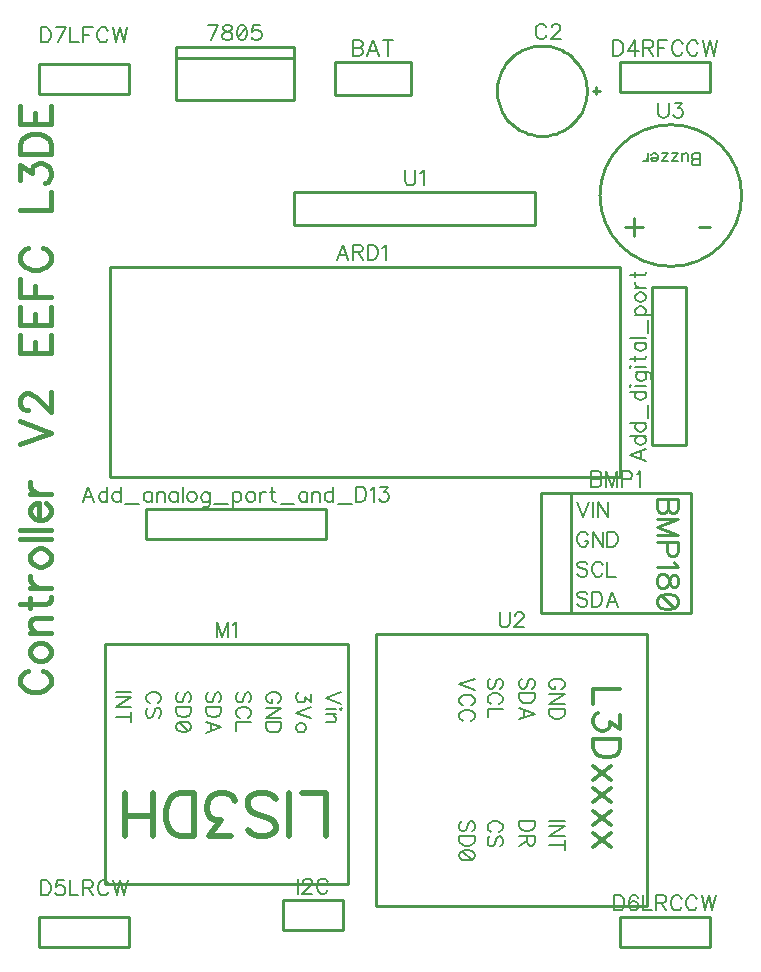
<source format=gbr>
%TF.GenerationSoftware,Novarm,DipTrace,3.3.1.3*%
%TF.CreationDate,2020-02-21T13:33:55+01:00*%
%FSLAX35Y35*%
%MOMM*%
%TF.FileFunction,Legend,Top*%
%TF.Part,Single*%
%ADD10C,0.25*%
%ADD59C,0.19608*%
%ADD60C,0.39216*%
%ADD61C,0.27451*%
%ADD63C,0.54902*%
%ADD64C,0.35294*%
%ADD65C,0.15686*%
G75*
G01*
%LPD*%
X2354000Y8770000D2*
D10*
X3354000D1*
Y8320000D1*
X2354000D1*
Y8770000D1*
Y8680000D2*
X3354000D1*
X2101540Y4607933D2*
X3625540D1*
X2101540Y4861933D2*
X3625540D1*
X2101540Y4607933D2*
Y4861933D1*
X3625540Y4607933D2*
Y4861933D1*
X6670213Y6737113D2*
X6390213D1*
Y5397113D1*
X6670213D1*
Y6737113D1*
X1799698Y6909593D2*
X6117545D1*
Y5131593D1*
X1799698D1*
Y6909593D1*
X4345000Y8360000D2*
X3705000D1*
Y8640000D1*
X4345000D1*
Y8360000D1*
X6715090Y4991097D2*
X5698036D1*
Y3975027D1*
X6715090D1*
Y4991097D1*
X5698036D2*
X5444090D1*
Y3975027D1*
X5713923D2*
X5444090D1*
X5914021Y8430023D2*
Y8369977D1*
X5943983Y8400000D2*
X5883971D1*
X5072983D2*
X5073911Y8426577D1*
X5076691Y8453025D1*
X5081310Y8479214D1*
X5087743Y8505018D1*
X5095962Y8530310D1*
X5105924Y8554967D1*
X5117583Y8578869D1*
X5130880Y8601899D1*
X5145751Y8623946D1*
X5162125Y8644902D1*
X5179920Y8664665D1*
X5199051Y8683138D1*
X5219424Y8700232D1*
X5240939Y8715863D1*
X5263493Y8729956D1*
X5286975Y8742441D1*
X5311270Y8753257D1*
X5336261Y8762353D1*
X5361825Y8769683D1*
X5387839Y8775212D1*
X5414175Y8778913D1*
X5440705Y8780768D1*
X5467300D1*
X5493830Y8778913D1*
X5520166Y8775212D1*
X5546179Y8769683D1*
X5571744Y8762353D1*
X5596734Y8753257D1*
X5621030Y8742441D1*
X5644512Y8729956D1*
X5667065Y8715863D1*
X5688581Y8700232D1*
X5708954Y8683138D1*
X5728084Y8664665D1*
X5745880Y8644902D1*
X5762253Y8623946D1*
X5777125Y8601899D1*
X5790422Y8578869D1*
X5802080Y8554967D1*
X5812043Y8530310D1*
X5820261Y8505018D1*
X5826695Y8479214D1*
X5831313Y8453025D1*
X5834093Y8426577D1*
X5835021Y8400000D1*
X5834093Y8373423D1*
X5831313Y8346975D1*
X5826695Y8320786D1*
X5820261Y8294982D1*
X5812043Y8269690D1*
X5802080Y8245033D1*
X5790422Y8221131D1*
X5777125Y8198101D1*
X5762253Y8176054D1*
X5745880Y8155098D1*
X5728084Y8135335D1*
X5708954Y8116862D1*
X5688581Y8099768D1*
X5667065Y8084137D1*
X5644512Y8070044D1*
X5621030Y8057559D1*
X5596734Y8046743D1*
X5571744Y8037647D1*
X5546179Y8030317D1*
X5520166Y8024788D1*
X5493830Y8021087D1*
X5467300Y8019232D1*
X5440705D1*
X5414175Y8021087D1*
X5387839Y8024788D1*
X5361825Y8030317D1*
X5336261Y8037647D1*
X5311270Y8046743D1*
X5286975Y8057559D1*
X5263493Y8070044D1*
X5240939Y8084137D1*
X5219424Y8099768D1*
X5199051Y8116862D1*
X5179920Y8135335D1*
X5162125Y8155098D1*
X5145751Y8176054D1*
X5130880Y8198101D1*
X5117583Y8221131D1*
X5105924Y8245033D1*
X5095962Y8269690D1*
X5087743Y8294982D1*
X5081310Y8320786D1*
X5076691Y8346975D1*
X5073911Y8373423D1*
X5072983Y8400000D1*
X6879392Y8385774D2*
X6117488D1*
Y8639787D1*
X6879392D1*
Y8385774D1*
X1196808Y1401559D2*
X1958712D1*
Y1147547D1*
X1196808D1*
Y1401559D1*
X6879445Y1147534D2*
X6117541D1*
Y1401547D1*
X6879445D1*
Y1147534D1*
X1196808Y8623926D2*
X1958712D1*
Y8369913D1*
X1196808D1*
Y8623926D1*
X3768293Y1290407D2*
Y1544407D1*
X3260293Y1290407D2*
X3768293D1*
X3260293D2*
Y1544407D1*
X3768293D1*
X3815888Y1687067D2*
X1752138D1*
Y3719067D1*
X3815888D1*
Y1687067D1*
X3355000Y7540000D2*
X5395000D1*
Y7260000D1*
X3355000D1*
Y7540000D1*
X6346813Y3798427D2*
X4053813D1*
Y1496553D1*
X6346813D1*
Y3798427D1*
X5946047Y7512767D2*
G02X5946047Y7512767I600000J0D01*
G01*
X2649387Y8828377D2*
D59*
X2710174Y8955846D1*
X2625101D1*
X2779712D2*
X2761603Y8949810D1*
X2755426Y8937737D1*
Y8925523D1*
X2761603Y8913450D1*
X2773676Y8907273D1*
X2797962Y8901237D1*
X2816212Y8895200D1*
X2828285Y8882987D1*
X2834322Y8870914D1*
Y8852664D1*
X2828285Y8840590D1*
X2822249Y8834414D1*
X2803999Y8828377D1*
X2779712D1*
X2761603Y8834414D1*
X2755426Y8840590D1*
X2749389Y8852664D1*
Y8870914D1*
X2755426Y8882987D1*
X2767639Y8895200D1*
X2785749Y8901237D1*
X2810035Y8907273D1*
X2822249Y8913450D1*
X2828285Y8925523D1*
Y8937737D1*
X2822249Y8949810D1*
X2803999Y8955846D1*
X2779712D1*
X2910038D2*
X2891788Y8949810D1*
X2879574Y8931560D1*
X2873538Y8901237D1*
Y8882987D1*
X2879574Y8852664D1*
X2891788Y8834414D1*
X2910038Y8828377D1*
X2922111D1*
X2940361Y8834414D1*
X2952434Y8852664D1*
X2958611Y8882987D1*
Y8901237D1*
X2952434Y8931560D1*
X2940361Y8949810D1*
X2922111Y8955846D1*
X2910038D1*
X2952434Y8931560D2*
X2879574Y8852664D1*
X3070686Y8955846D2*
X3010040D1*
X3004003Y8901237D1*
X3010040Y8907273D1*
X3028290Y8913450D1*
X3046399D1*
X3064649Y8907273D1*
X3076863Y8895200D1*
X3082899Y8876950D1*
Y8864877D1*
X3076863Y8846627D1*
X3064649Y8834414D1*
X3046399Y8828377D1*
X3028290D1*
X3010040Y8834414D1*
X3004003Y8840590D1*
X2997826Y8852664D1*
X1663702Y4920310D2*
X1614989Y5047920D1*
X1566416Y4920310D1*
X1584666Y4962847D2*
X1645452D1*
X1775777Y5047920D2*
Y4920310D1*
Y4987133D2*
X1763704Y4999347D1*
X1751491Y5005383D1*
X1733241D1*
X1721168Y4999347D1*
X1708954Y4987133D1*
X1702918Y4968883D1*
Y4956810D1*
X1708954Y4938560D1*
X1721168Y4926487D1*
X1733241Y4920310D1*
X1751491D1*
X1763704Y4926487D1*
X1775777Y4938560D1*
X1887853Y5047920D2*
Y4920310D1*
Y4987133D2*
X1875780Y4999347D1*
X1863566Y5005383D1*
X1845316D1*
X1833243Y4999347D1*
X1821030Y4987133D1*
X1814993Y4968883D1*
Y4956810D1*
X1821030Y4938560D1*
X1833243Y4926487D1*
X1845316Y4920310D1*
X1863566D1*
X1875780Y4926487D1*
X1887853Y4938560D1*
X1927068Y4899253D2*
X2042465D1*
X2154540Y5005383D2*
Y4920310D1*
Y4987133D2*
X2142467Y4999347D1*
X2130253Y5005383D1*
X2112144D1*
X2099930Y4999347D1*
X2087857Y4987133D1*
X2081680Y4968883D1*
Y4956810D1*
X2087857Y4938560D1*
X2099930Y4926487D1*
X2112144Y4920310D1*
X2130253D1*
X2142467Y4926487D1*
X2154540Y4938560D1*
X2193755Y5005383D2*
Y4920310D1*
Y4981097D2*
X2212005Y4999347D1*
X2224219Y5005383D1*
X2242329D1*
X2254542Y4999347D1*
X2260579Y4981097D1*
Y4920310D1*
X2372654Y5005383D2*
Y4920310D1*
Y4987133D2*
X2360581Y4999347D1*
X2348367Y5005383D1*
X2330258D1*
X2318044Y4999347D1*
X2305971Y4987133D1*
X2299794Y4968883D1*
Y4956810D1*
X2305971Y4938560D1*
X2318044Y4926487D1*
X2330258Y4920310D1*
X2348367D1*
X2360581Y4926487D1*
X2372654Y4938560D1*
X2411870Y5047920D2*
Y4920310D1*
X2481408Y5005383D2*
X2469335Y4999347D1*
X2457122Y4987133D1*
X2451085Y4968883D1*
Y4956810D1*
X2457122Y4938560D1*
X2469335Y4926487D1*
X2481408Y4920310D1*
X2499658D1*
X2511872Y4926487D1*
X2523945Y4938560D1*
X2530122Y4956810D1*
Y4968883D1*
X2523945Y4987133D1*
X2511872Y4999347D1*
X2499658Y5005383D1*
X2481408D1*
X2642197Y4999347D2*
Y4902060D1*
X2636161Y4883951D1*
X2630124Y4877774D1*
X2617911Y4871737D1*
X2599661D1*
X2587587Y4877774D1*
X2642197Y4981097D2*
X2630124Y4993170D1*
X2617911Y4999347D1*
X2599661D1*
X2587587Y4993170D1*
X2575374Y4981097D1*
X2569337Y4962847D1*
Y4950633D1*
X2575374Y4932524D1*
X2587587Y4920310D1*
X2599661Y4914274D1*
X2617911D1*
X2630124Y4920310D1*
X2642197Y4932524D1*
X2681413Y4899253D2*
X2796809D1*
X2836025Y5005383D2*
Y4877774D1*
Y4987133D2*
X2848238Y4999206D1*
X2860311Y5005383D1*
X2878561D1*
X2890775Y4999206D1*
X2902848Y4987133D1*
X2909025Y4968883D1*
Y4956670D1*
X2902848Y4938560D1*
X2890775Y4926347D1*
X2878561Y4920310D1*
X2860311D1*
X2848238Y4926347D1*
X2836025Y4938560D1*
X2978563Y5005383D2*
X2966490Y4999347D1*
X2954277Y4987133D1*
X2948240Y4968883D1*
Y4956810D1*
X2954277Y4938560D1*
X2966490Y4926487D1*
X2978563Y4920310D1*
X2996813D1*
X3009027Y4926487D1*
X3021100Y4938560D1*
X3027277Y4956810D1*
Y4968883D1*
X3021100Y4987133D1*
X3009027Y4999347D1*
X2996813Y5005383D1*
X2978563D1*
X3066493D2*
Y4920310D1*
Y4968883D2*
X3072669Y4987133D1*
X3084743Y4999347D1*
X3096956Y5005383D1*
X3115206D1*
X3172672Y5047920D2*
Y4944597D1*
X3178708Y4926487D1*
X3190922Y4920310D1*
X3202995D1*
X3154422Y5005383D2*
X3196958D1*
X3242210Y4899253D2*
X3357607D1*
X3469682Y5005383D2*
Y4920310D1*
Y4987133D2*
X3457609Y4999347D1*
X3445395Y5005383D1*
X3427286D1*
X3415072Y4999347D1*
X3402999Y4987133D1*
X3396822Y4968883D1*
Y4956810D1*
X3402999Y4938560D1*
X3415072Y4926487D1*
X3427286Y4920310D1*
X3445395D1*
X3457609Y4926487D1*
X3469682Y4938560D1*
X3508898Y5005383D2*
Y4920310D1*
Y4981097D2*
X3527148Y4999347D1*
X3539361Y5005383D1*
X3557471D1*
X3569684Y4999347D1*
X3575721Y4981097D1*
Y4920310D1*
X3687796Y5047920D2*
Y4920310D1*
Y4987133D2*
X3675723Y4999347D1*
X3663509Y5005383D1*
X3645259D1*
X3633186Y4999347D1*
X3620973Y4987133D1*
X3614936Y4968883D1*
Y4956810D1*
X3620973Y4938560D1*
X3633186Y4926487D1*
X3645259Y4920310D1*
X3663509D1*
X3675723Y4926487D1*
X3687796Y4938560D1*
X3727012Y4899253D2*
X3842408D1*
X3881623Y5047920D2*
Y4920310D1*
X3924160D1*
X3942410Y4926487D1*
X3954623Y4938560D1*
X3960660Y4950774D1*
X3966697Y4968883D1*
Y4999347D1*
X3960660Y5017597D1*
X3954623Y5029670D1*
X3942410Y5041883D1*
X3924160Y5047920D1*
X3881623D1*
X4005912Y5023493D2*
X4018126Y5029670D1*
X4036376Y5047780D1*
Y4920310D1*
X4087805Y5047780D2*
X4154488D1*
X4118128Y4999206D1*
X4136378D1*
X4148451Y4993170D1*
X4154488Y4987133D1*
X4160664Y4968883D1*
Y4956810D1*
X4154488Y4938560D1*
X4142414Y4926347D1*
X4124164Y4920310D1*
X4105914D1*
X4087805Y4926347D1*
X4081768Y4932524D1*
X4075591Y4944597D1*
X6331836Y5362932D2*
X6204227Y5314219D1*
X6331836Y5265646D1*
X6289300Y5283896D2*
Y5344682D1*
X6204227Y5475008D2*
X6331836D1*
X6265013D2*
X6252800Y5462935D1*
X6246763Y5450721D1*
Y5432471D1*
X6252800Y5420398D1*
X6265013Y5408185D1*
X6283263Y5402148D1*
X6295336D1*
X6313586Y5408185D1*
X6325660Y5420398D1*
X6331836Y5432471D1*
Y5450721D1*
X6325659Y5462934D1*
X6313586Y5475008D1*
X6204227Y5587083D2*
X6331836D1*
X6265013D2*
X6252800Y5575010D1*
X6246763Y5562796D1*
Y5544546D1*
X6252800Y5532473D1*
X6265013Y5520260D1*
X6283263Y5514223D1*
X6295336D1*
X6313586Y5520260D1*
X6325659Y5532473D1*
X6331836Y5544546D1*
Y5562796D1*
X6325659Y5575010D1*
X6313586Y5587083D1*
X6352894Y5626299D2*
Y5741695D1*
X6204227Y5853770D2*
X6331836D1*
X6265013D2*
X6252800Y5841697D1*
X6246763Y5829483D1*
Y5811233D1*
X6252800Y5799160D1*
X6265013Y5786947D1*
X6283263Y5780910D1*
X6295336D1*
X6313586Y5786947D1*
X6325659Y5799160D1*
X6331836Y5811233D1*
Y5829483D1*
X6325659Y5841697D1*
X6313586Y5853770D1*
X6204227Y5892986D2*
X6210263Y5899022D1*
X6204227Y5905199D1*
X6198050Y5899022D1*
X6204227Y5892986D1*
X6246763Y5899022D2*
X6331836D1*
X6252800Y6017274D2*
X6350086D1*
X6368196Y6011238D1*
X6374373Y6005201D1*
X6380409Y5992988D1*
Y5974738D1*
X6374373Y5962665D1*
X6271050Y6017274D2*
X6258977Y6005201D1*
X6252800Y5992988D1*
Y5974738D1*
X6258977Y5962665D1*
X6271050Y5950451D1*
X6289300Y5944415D1*
X6301513D1*
X6319623Y5950451D1*
X6331836Y5962665D1*
X6337873Y5974738D1*
Y5992988D1*
X6331836Y6005201D1*
X6319623Y6017274D1*
X6204227Y6056490D2*
X6210263Y6062527D1*
X6204227Y6068704D1*
X6198050Y6062527D1*
X6204227Y6056490D1*
X6246763Y6062527D2*
X6331836D1*
X6204227Y6126169D2*
X6307550D1*
X6325659Y6132206D1*
X6331836Y6144419D1*
Y6156492D1*
X6246763Y6107919D2*
Y6150456D1*
Y6268568D2*
X6331836D1*
X6265013D2*
X6252800Y6256495D1*
X6246763Y6244281D1*
Y6226171D1*
X6252800Y6213958D1*
X6265013Y6201885D1*
X6283263Y6195708D1*
X6295336D1*
X6313586Y6201885D1*
X6325659Y6213958D1*
X6331836Y6226171D1*
Y6244281D1*
X6325659Y6256495D1*
X6313586Y6268568D1*
X6204227Y6307783D2*
X6331836D1*
X6352894Y6346999D2*
Y6462395D1*
X6246763Y6501611D2*
X6374373D1*
X6265013D2*
X6252940Y6513824D1*
X6246763Y6525897D1*
Y6544147D1*
X6252940Y6556361D1*
X6265013Y6568434D1*
X6283263Y6574611D1*
X6295477D1*
X6313586Y6568434D1*
X6325800Y6556361D1*
X6331836Y6544147D1*
Y6525897D1*
X6325800Y6513824D1*
X6313586Y6501611D1*
X6246763Y6644150D2*
X6252800Y6632077D1*
X6265013Y6619863D1*
X6283263Y6613827D1*
X6295336D1*
X6313586Y6619863D1*
X6325659Y6632077D1*
X6331836Y6644150D1*
Y6662400D1*
X6325659Y6674613D1*
X6313586Y6686686D1*
X6295336Y6692863D1*
X6283263D1*
X6265013Y6686686D1*
X6252800Y6674613D1*
X6246763Y6662400D1*
Y6644150D1*
Y6732079D2*
X6331836D1*
X6283263D2*
X6265013Y6738256D1*
X6252800Y6750329D1*
X6246763Y6762542D1*
Y6780792D1*
X6204227Y6838258D2*
X6307550D1*
X6325659Y6844294D1*
X6331836Y6856508D1*
Y6868581D1*
X6246763Y6820008D2*
Y6862544D1*
X3816372Y6967970D2*
X3767658Y7095580D1*
X3719085Y6967970D1*
X3737335Y7010507D2*
X3798122D1*
X3855587Y7034793D2*
X3910197D1*
X3928447Y7040970D1*
X3934624Y7047007D1*
X3940660Y7059080D1*
Y7071293D1*
X3934624Y7083366D1*
X3928447Y7089543D1*
X3910197Y7095580D1*
X3855587D1*
Y6967970D1*
X3898124Y7034793D2*
X3940660Y6967970D1*
X3979876Y7095580D2*
Y6967970D1*
X4022413D1*
X4040663Y6974147D1*
X4052876Y6986220D1*
X4058913Y6998434D1*
X4064949Y7016543D1*
Y7047007D1*
X4058913Y7065257D1*
X4052876Y7077330D1*
X4040663Y7089543D1*
X4022413Y7095580D1*
X3979876D1*
X4104165Y7071153D2*
X4116378Y7077330D1*
X4134628Y7095440D1*
Y6967970D1*
X3852068Y8825987D2*
Y8698377D1*
X3906818D1*
X3925068Y8704554D1*
X3931105Y8710590D1*
X3937141Y8722664D1*
Y8740914D1*
X3931105Y8753127D1*
X3925068Y8759164D1*
X3906818Y8765200D1*
X3925068Y8771377D1*
X3931105Y8777414D1*
X3937141Y8789487D1*
Y8801700D1*
X3931105Y8813773D1*
X3925068Y8819950D1*
X3906818Y8825987D1*
X3852068D1*
Y8765200D2*
X3906818D1*
X4073643Y8698377D2*
X4024930Y8825987D1*
X3976357Y8698377D1*
X3994607Y8740914D2*
X4055393D1*
X4155395Y8825987D2*
Y8698377D1*
X4112859Y8825987D2*
X4197932D1*
X5871889Y5177083D2*
Y5049474D1*
X5926639D1*
X5944889Y5055651D1*
X5950925Y5061687D1*
X5956962Y5073760D1*
Y5092010D1*
X5950925Y5104224D1*
X5944889Y5110260D1*
X5926639Y5116297D1*
X5944889Y5122474D1*
X5950925Y5128510D1*
X5956962Y5140583D1*
Y5152797D1*
X5950925Y5164870D1*
X5944889Y5171047D1*
X5926639Y5177083D1*
X5871889D1*
Y5116297D2*
X5926639D1*
X6093324Y5049474D2*
Y5177083D1*
X6044750Y5049474D1*
X5996177Y5177083D1*
Y5049474D1*
X6132539Y5110260D2*
X6187289D1*
X6205399Y5116297D1*
X6211576Y5122474D1*
X6217612Y5134547D1*
Y5152797D1*
X6211576Y5164870D1*
X6205399Y5171047D1*
X6187289Y5177083D1*
X6132539D1*
Y5049474D1*
X6256828Y5152656D2*
X6269041Y5158833D1*
X6287291Y5176943D1*
Y5049474D1*
X5491894Y8936664D2*
X5485857Y8948737D1*
X5473644Y8960950D1*
X5461571Y8966987D1*
X5437284D1*
X5425071Y8960950D1*
X5412998Y8948737D1*
X5406821Y8936664D1*
X5400784Y8918414D1*
Y8887950D1*
X5406821Y8869840D1*
X5412998Y8857627D1*
X5425071Y8845554D1*
X5437284Y8839377D1*
X5461571D1*
X5473644Y8845554D1*
X5485857Y8857627D1*
X5491894Y8869840D1*
X5537286Y8936523D2*
Y8942560D1*
X5543323Y8954773D1*
X5549359Y8960810D1*
X5561573Y8966846D1*
X5585859D1*
X5597933Y8960810D1*
X5603969Y8954773D1*
X5610146Y8942560D1*
Y8930487D1*
X5603969Y8918273D1*
X5591896Y8900164D1*
X5531109Y8839377D1*
X5616183D1*
X6058751Y8825773D2*
Y8698164D1*
X6101287D1*
X6119537Y8704341D1*
X6131751Y8716414D1*
X6137787Y8728627D1*
X6143824Y8746737D1*
Y8777200D1*
X6137787Y8795450D1*
X6131751Y8807523D1*
X6119537Y8819737D1*
X6101287Y8825773D1*
X6058751D1*
X6243826Y8698164D2*
Y8825633D1*
X6183039Y8740700D1*
X6274149D1*
X6313365Y8764987D2*
X6367974D1*
X6386224Y8771164D1*
X6392401Y8777200D1*
X6398438Y8789273D1*
Y8801487D1*
X6392401Y8813560D1*
X6386224Y8819737D1*
X6367974Y8825773D1*
X6313365D1*
Y8698164D1*
X6355901Y8764987D2*
X6398438Y8698164D1*
X6516690Y8825773D2*
X6437653D1*
Y8698164D1*
Y8764987D2*
X6486227D1*
X6647015Y8795450D2*
X6640979Y8807523D1*
X6628765Y8819737D1*
X6616692Y8825773D1*
X6592406D1*
X6580192Y8819737D1*
X6568119Y8807523D1*
X6561942Y8795450D1*
X6555906Y8777200D1*
Y8746737D1*
X6561942Y8728627D1*
X6568119Y8716414D1*
X6580192Y8704341D1*
X6592406Y8698164D1*
X6616692D1*
X6628765Y8704341D1*
X6640979Y8716414D1*
X6647015Y8728627D1*
X6777341Y8795450D2*
X6771304Y8807523D1*
X6759091Y8819737D1*
X6747018Y8825773D1*
X6722731D1*
X6710518Y8819737D1*
X6698444Y8807523D1*
X6692268Y8795450D1*
X6686231Y8777200D1*
Y8746737D1*
X6692268Y8728627D1*
X6698444Y8716414D1*
X6710518Y8704341D1*
X6722731Y8698164D1*
X6747018D1*
X6759091Y8704341D1*
X6771304Y8716414D1*
X6777341Y8728627D1*
X6816556Y8825773D2*
X6847020Y8698164D1*
X6877343Y8825773D1*
X6907666Y8698164D1*
X6938129Y8825773D1*
X1209340Y1714533D2*
Y1586924D1*
X1251877D1*
X1270127Y1593101D1*
X1282340Y1605174D1*
X1288377Y1617387D1*
X1294413Y1635497D1*
Y1665960D1*
X1288377Y1684210D1*
X1282340Y1696283D1*
X1270127Y1708497D1*
X1251877Y1714533D1*
X1209340D1*
X1406488Y1714393D2*
X1345842D1*
X1339806Y1659783D1*
X1345842Y1665820D1*
X1364092Y1671997D1*
X1382202D1*
X1400452Y1665820D1*
X1412665Y1653747D1*
X1418702Y1635497D1*
Y1623424D1*
X1412665Y1605174D1*
X1400452Y1592960D1*
X1382202Y1586924D1*
X1364092D1*
X1345842Y1592960D1*
X1339806Y1599137D1*
X1333629Y1611210D1*
X1457918Y1714533D2*
Y1586924D1*
X1530777D1*
X1569993Y1653747D2*
X1624602D1*
X1642852Y1659924D1*
X1649029Y1665960D1*
X1655066Y1678033D1*
Y1690247D1*
X1649029Y1702320D1*
X1642852Y1708497D1*
X1624602Y1714533D1*
X1569993D1*
Y1586924D1*
X1612529Y1653747D2*
X1655066Y1586924D1*
X1785391Y1684210D2*
X1779355Y1696283D1*
X1767141Y1708497D1*
X1755068Y1714533D1*
X1730782D1*
X1718568Y1708497D1*
X1706495Y1696283D1*
X1700318Y1684210D1*
X1694282Y1665960D1*
Y1635497D1*
X1700318Y1617387D1*
X1706495Y1605174D1*
X1718568Y1593101D1*
X1730782Y1586924D1*
X1755068D1*
X1767141Y1593101D1*
X1779355Y1605174D1*
X1785391Y1617387D1*
X1824607Y1714533D2*
X1855070Y1586924D1*
X1885393Y1714533D1*
X1915717Y1586924D1*
X1946180Y1714533D1*
X6067999Y1587533D2*
Y1459924D1*
X6110536D1*
X6128786Y1466101D1*
X6140999Y1478174D1*
X6147036Y1490387D1*
X6153072Y1508497D1*
Y1538960D1*
X6147036Y1557210D1*
X6140999Y1569283D1*
X6128786Y1581497D1*
X6110536Y1587533D1*
X6067999D1*
X6265148Y1569283D2*
X6259111Y1581356D1*
X6240861Y1587393D1*
X6228788D1*
X6210538Y1581356D1*
X6198324Y1563106D1*
X6192288Y1532783D1*
Y1502460D1*
X6198324Y1478174D1*
X6210538Y1465960D1*
X6228788Y1459924D1*
X6234824D1*
X6252934Y1465960D1*
X6265148Y1478174D1*
X6271184Y1496424D1*
Y1502460D1*
X6265148Y1520710D1*
X6252934Y1532783D1*
X6234824Y1538820D1*
X6228788D1*
X6210538Y1532783D1*
X6198324Y1520710D1*
X6192288Y1502460D1*
X6310400Y1587533D2*
Y1459924D1*
X6383259D1*
X6422475Y1526747D2*
X6477085D1*
X6495335Y1532924D1*
X6501512Y1538960D1*
X6507548Y1551033D1*
Y1563247D1*
X6501512Y1575320D1*
X6495335Y1581497D1*
X6477085Y1587533D1*
X6422475D1*
Y1459924D1*
X6465012Y1526747D2*
X6507548Y1459924D1*
X6637873Y1557210D2*
X6631837Y1569283D1*
X6619623Y1581497D1*
X6607550Y1587533D1*
X6583264D1*
X6571050Y1581497D1*
X6558977Y1569283D1*
X6552800Y1557210D1*
X6546764Y1538960D1*
Y1508497D1*
X6552800Y1490387D1*
X6558977Y1478174D1*
X6571050Y1466101D1*
X6583264Y1459924D1*
X6607550D1*
X6619623Y1466101D1*
X6631837Y1478174D1*
X6637873Y1490387D1*
X6768199Y1557210D2*
X6762162Y1569283D1*
X6749949Y1581497D1*
X6737876Y1587533D1*
X6713589D1*
X6701376Y1581497D1*
X6689303Y1569283D1*
X6683126Y1557210D1*
X6677089Y1538960D1*
Y1508497D1*
X6683126Y1490387D1*
X6689303Y1478174D1*
X6701376Y1466101D1*
X6713589Y1459924D1*
X6737876D1*
X6749949Y1466101D1*
X6762162Y1478174D1*
X6768199Y1490387D1*
X6807414Y1587533D2*
X6837878Y1459924D1*
X6868201Y1587533D1*
X6898524Y1459924D1*
X6928988Y1587533D1*
X1212358Y8936900D2*
Y8809290D1*
X1254895D1*
X1273145Y8815467D1*
X1285358Y8827540D1*
X1291395Y8839754D1*
X1297431Y8857863D1*
Y8888327D1*
X1291395Y8906577D1*
X1285358Y8918650D1*
X1273145Y8930863D1*
X1254895Y8936900D1*
X1212358D1*
X1360934Y8809290D2*
X1421720Y8936760D1*
X1336647D1*
X1460936Y8936900D2*
Y8809290D1*
X1533795D1*
X1652048Y8936900D2*
X1573011D1*
Y8809290D1*
Y8876113D2*
X1621584D1*
X1782373Y8906577D2*
X1776336Y8918650D1*
X1764123Y8930863D1*
X1752050Y8936900D1*
X1727763D1*
X1715550Y8930863D1*
X1703477Y8918650D1*
X1697300Y8906577D1*
X1691263Y8888327D1*
Y8857863D1*
X1697300Y8839754D1*
X1703477Y8827540D1*
X1715550Y8815467D1*
X1727763Y8809290D1*
X1752050D1*
X1764123Y8815467D1*
X1776336Y8827540D1*
X1782373Y8839754D1*
X1821589Y8936900D2*
X1852052Y8809290D1*
X1882375Y8936900D1*
X1912698Y8809290D1*
X1943162Y8936900D1*
X3386986Y1730393D2*
Y1602784D1*
X3432379Y1699930D2*
Y1705966D1*
X3438415Y1718180D1*
X3444452Y1724216D1*
X3456665Y1730253D1*
X3480952D1*
X3493025Y1724216D1*
X3499062Y1718180D1*
X3505239Y1705966D1*
Y1693893D1*
X3499062Y1681680D1*
X3486989Y1663570D1*
X3426202Y1602784D1*
X3511275D1*
X3641600Y1700070D2*
X3635564Y1712143D1*
X3623350Y1724357D1*
X3611277Y1730393D1*
X3586991D1*
X3574777Y1724357D1*
X3562704Y1712143D1*
X3556527Y1700070D1*
X3550491Y1681820D1*
Y1651357D1*
X3556527Y1633247D1*
X3562704Y1621034D1*
X3574777Y1608961D1*
X3586991Y1602784D1*
X3611277D1*
X3623350Y1608961D1*
X3635564Y1621034D1*
X3641600Y1633247D1*
X2797747Y3777444D2*
Y3905053D1*
X2749174Y3777444D1*
X2700601Y3905053D1*
Y3777444D1*
X2836963Y3880626D2*
X2849176Y3886803D1*
X2867426Y3904913D1*
Y3777444D1*
X4297624Y7725987D2*
Y7634877D1*
X4303660Y7616627D1*
X4315874Y7604554D1*
X4334124Y7598377D1*
X4346197D1*
X4364447Y7604554D1*
X4376660Y7616627D1*
X4382697Y7634877D1*
Y7725987D1*
X4421913Y7701560D2*
X4434126Y7707737D1*
X4452376Y7725846D1*
Y7598377D1*
X5095632Y3984413D2*
Y3893304D1*
X5101669Y3875054D1*
X5113882Y3862981D1*
X5132132Y3856804D1*
X5144205D1*
X5162455Y3862981D1*
X5174669Y3875054D1*
X5180705Y3893304D1*
Y3984413D1*
X5226098Y3953950D2*
Y3959986D1*
X5232135Y3972200D1*
X5238171Y3978236D1*
X5250385Y3984273D1*
X5274671D1*
X5286744Y3978236D1*
X5292781Y3972200D1*
X5298958Y3959986D1*
Y3947913D1*
X5292781Y3935700D1*
X5280708Y3917590D1*
X5219921Y3856804D1*
X5304994D1*
X6441366Y8298753D2*
Y8207644D1*
X6447402Y8189394D1*
X6459616Y8177321D1*
X6477866Y8171144D1*
X6489939D1*
X6508189Y8177321D1*
X6520402Y8189394D1*
X6526439Y8207644D1*
Y8298753D1*
X6577868Y8298613D2*
X6644551D1*
X6608191Y8250040D1*
X6626441D1*
X6638514Y8244003D1*
X6644551Y8237967D1*
X6650728Y8219717D1*
Y8207644D1*
X6644551Y8189394D1*
X6632478Y8177180D1*
X6614228Y8171144D1*
X6595978D1*
X6577868Y8177180D1*
X6571831Y8183357D1*
X6565655Y8195430D1*
X1100096Y3490404D2*
D60*
X1075950Y3478331D1*
X1051523Y3453904D1*
X1039450Y3429758D1*
Y3381185D1*
X1051523Y3356758D1*
X1075950Y3332612D1*
X1100096Y3320258D1*
X1136596Y3308185D1*
X1197523D1*
X1233742Y3320258D1*
X1258169Y3332612D1*
X1282316Y3356758D1*
X1294670Y3381185D1*
Y3429758D1*
X1282316Y3453904D1*
X1258170Y3478331D1*
X1233743Y3490404D1*
X1124523Y3629481D2*
X1136596Y3605335D1*
X1161023Y3580908D1*
X1197523Y3568835D1*
X1221670D1*
X1258170Y3580908D1*
X1282316Y3605335D1*
X1294669Y3629481D1*
Y3665981D1*
X1282316Y3690408D1*
X1258169Y3714554D1*
X1221669Y3726908D1*
X1197523D1*
X1161023Y3714554D1*
X1136596Y3690408D1*
X1124523Y3665981D1*
Y3629481D1*
Y3805340D2*
X1294669D1*
X1173096D2*
X1136596Y3841840D1*
X1124523Y3866267D1*
Y3902486D1*
X1136596Y3926913D1*
X1173096Y3938986D1*
X1294669D1*
X1039450Y4053917D2*
X1246096D1*
X1282316Y4065990D1*
X1294669Y4090417D1*
Y4114563D1*
X1124523Y4017417D2*
Y4102490D1*
Y4192995D2*
X1294669D1*
X1197523D2*
X1161023Y4205348D1*
X1136596Y4229495D1*
X1124523Y4253922D1*
Y4290422D1*
Y4429499D2*
X1136596Y4405353D1*
X1161023Y4380926D1*
X1197523Y4368853D1*
X1221669D1*
X1258169Y4380926D1*
X1282316Y4405353D1*
X1294669Y4429499D1*
Y4465999D1*
X1282316Y4490426D1*
X1258169Y4514572D1*
X1221669Y4526926D1*
X1197523D1*
X1161023Y4514572D1*
X1136596Y4490426D1*
X1124523Y4465999D1*
Y4429499D1*
X1039450Y4605357D2*
X1294669D1*
X1039450Y4683789D2*
X1294669D1*
X1197523Y4762220D2*
Y4907939D1*
X1173096D1*
X1148669Y4895866D1*
X1136596Y4883793D1*
X1124523Y4859366D1*
Y4822866D1*
X1136596Y4798720D1*
X1161023Y4774293D1*
X1197523Y4762220D1*
X1221669D1*
X1258169Y4774293D1*
X1282316Y4798720D1*
X1294669Y4822866D1*
Y4859366D1*
X1282316Y4883793D1*
X1258169Y4907939D1*
X1124523Y4986371D2*
X1294669D1*
X1197523D2*
X1161023Y4998725D1*
X1136596Y5022871D1*
X1124523Y5047298D1*
Y5083798D1*
X1039450Y5409122D2*
X1294669Y5506268D1*
X1039450Y5603414D1*
X1100377Y5694199D2*
X1088304D1*
X1063877Y5706273D1*
X1051804Y5718346D1*
X1039731Y5742773D1*
Y5791346D1*
X1051804Y5815492D1*
X1063877Y5827565D1*
X1088304Y5839919D1*
X1112450D1*
X1136877Y5827565D1*
X1173096Y5803419D1*
X1294669Y5681846D1*
Y5851992D1*
X1039450Y6335108D2*
Y6177316D1*
X1294669D1*
Y6335108D1*
X1161023Y6177316D2*
Y6274462D1*
X1039450Y6571332D2*
Y6413540D1*
X1294669D1*
Y6571332D1*
X1161023Y6413540D2*
Y6510686D1*
X1039450Y6807836D2*
Y6649763D1*
X1294669D1*
X1161023D2*
Y6746910D1*
X1100096Y7068487D2*
X1075950Y7056414D1*
X1051523Y7031987D1*
X1039450Y7007841D1*
Y6959268D1*
X1051523Y6934841D1*
X1075950Y6910695D1*
X1100096Y6898341D1*
X1136596Y6886268D1*
X1197523D1*
X1233742Y6898341D1*
X1258169Y6910695D1*
X1282316Y6934841D1*
X1294669Y6959268D1*
Y7007841D1*
X1282316Y7031987D1*
X1258169Y7056414D1*
X1233742Y7068487D1*
X1039450Y7393811D2*
X1294669D1*
Y7539531D1*
X1039731Y7642389D2*
Y7775754D1*
X1136877Y7703035D1*
Y7739535D1*
X1148950Y7763681D1*
X1161023Y7775754D1*
X1197523Y7788108D1*
X1221669D1*
X1258169Y7775754D1*
X1282596Y7751608D1*
X1294669Y7715108D1*
Y7678608D1*
X1282596Y7642389D1*
X1270242Y7630316D1*
X1246096Y7617962D1*
X1039450Y7866539D2*
X1294669D1*
Y7951613D1*
X1282316Y7988113D1*
X1258169Y8012539D1*
X1233742Y8024613D1*
X1197523Y8036686D1*
X1136596D1*
X1100096Y8024613D1*
X1075950Y8012539D1*
X1051523Y7988113D1*
X1039450Y7951613D1*
Y7866539D1*
Y8272909D2*
Y8115117D1*
X1294669D1*
Y8272909D1*
X1161023Y8115117D2*
Y8212263D1*
X6606106Y4945650D2*
D61*
X6427452D1*
Y4869001D1*
X6436100Y4843451D1*
X6444551Y4834999D1*
X6461453Y4826548D1*
X6487003D1*
X6504102Y4834999D1*
X6512553Y4843451D1*
X6521004Y4869000D1*
X6529652Y4843451D1*
X6538103Y4834999D1*
X6555005Y4826548D1*
X6572104D1*
X6589007Y4834999D1*
X6597654Y4843450D1*
X6606105Y4869000D1*
X6606106Y4945650D1*
X6521004D2*
Y4869000D1*
X6427452Y4635642D2*
X6606105D1*
X6427452Y4703644D1*
X6606105Y4771646D1*
X6427452D1*
X6512553Y4580740D2*
Y4504090D1*
X6521004Y4478736D1*
X6529652Y4470089D1*
X6546554Y4461638D1*
X6572104D1*
X6589007Y4470089D1*
X6597654Y4478736D1*
X6606105Y4504090D1*
Y4580740D1*
X6427452D1*
X6571908Y4406736D2*
X6580555Y4389637D1*
X6605909Y4364087D1*
X6427452D1*
X6605909Y4266732D2*
X6597458Y4292086D1*
X6580555Y4300734D1*
X6563457D1*
X6546554Y4292086D1*
X6537907Y4275184D1*
X6529456Y4241183D1*
X6521004Y4215633D1*
X6503906Y4198730D1*
X6487003Y4190279D1*
X6461453D1*
X6444551Y4198730D1*
X6435903Y4207181D1*
X6427452Y4232731D1*
Y4266733D1*
X6435903Y4292086D1*
X6444551Y4300734D1*
X6461453Y4309185D1*
X6487003D1*
X6503906Y4300734D1*
X6521004Y4283635D1*
X6529456Y4258281D1*
X6537907Y4224280D1*
X6546554Y4207181D1*
X6563457Y4198730D1*
X6580556D1*
X6597458Y4207181D1*
X6605909Y4232731D1*
Y4266732D1*
Y4084277D2*
X6597458Y4109827D1*
X6571908Y4126926D1*
X6529456Y4135377D1*
X6503906D1*
X6461453Y4126926D1*
X6435903Y4109827D1*
X6427452Y4084277D1*
Y4067375D1*
X6435903Y4041825D1*
X6461453Y4024922D1*
X6503906Y4016275D1*
X6529456D1*
X6571908Y4024922D1*
X6597458Y4041825D1*
X6605909Y4067375D1*
Y4084277D1*
X6571908Y4024922D2*
X6461453Y4126926D1*
X5754867Y4922401D2*
D59*
X5803440Y4794792D1*
X5852013Y4922401D1*
X5891229D2*
Y4794792D1*
X6015517Y4922401D2*
Y4794792D1*
X5930444Y4922401D1*
Y4794792D1*
X5845976Y4638112D2*
X5839940Y4650185D1*
X5827726Y4662398D1*
X5815653Y4668435D1*
X5791367D1*
X5779153Y4662398D1*
X5767080Y4650185D1*
X5760903Y4638112D1*
X5754867Y4619862D1*
Y4589398D1*
X5760903Y4571288D1*
X5767080Y4559075D1*
X5779153Y4547002D1*
X5791367Y4540825D1*
X5815653D1*
X5827726Y4547002D1*
X5839940Y4559075D1*
X5845976Y4571288D1*
Y4589398D1*
X5815653D1*
X5970265Y4668435D2*
Y4540825D1*
X5885192Y4668435D1*
Y4540825D1*
X6009481Y4668435D2*
Y4540825D1*
X6052017D1*
X6070267Y4547002D1*
X6082481Y4559075D1*
X6088517Y4571288D1*
X6094554Y4589398D1*
Y4619862D1*
X6088517Y4638112D1*
X6082481Y4650185D1*
X6070267Y4662398D1*
X6052017Y4668435D1*
X6009481D1*
X5839940Y4396116D2*
X5827867Y4408330D1*
X5809617Y4414366D1*
X5785330D1*
X5767080Y4408330D1*
X5754867Y4396116D1*
Y4384043D1*
X5761044Y4371830D1*
X5767080Y4365793D1*
X5779153Y4359757D1*
X5815653Y4347543D1*
X5827867Y4341507D1*
X5833903Y4335330D1*
X5839940Y4323257D1*
Y4305007D1*
X5827867Y4292934D1*
X5809617Y4286757D1*
X5785330D1*
X5767080Y4292934D1*
X5754867Y4305007D1*
X5970265Y4384043D2*
X5964229Y4396116D1*
X5952015Y4408330D1*
X5939942Y4414366D1*
X5915655D1*
X5903442Y4408330D1*
X5891369Y4396116D1*
X5885192Y4384043D1*
X5879155Y4365793D1*
Y4335330D1*
X5885192Y4317220D1*
X5891369Y4305007D1*
X5903442Y4292934D1*
X5915655Y4286757D1*
X5939942D1*
X5952015Y4292934D1*
X5964229Y4305007D1*
X5970265Y4317220D1*
X6009481Y4414366D2*
Y4286757D1*
X6082340D1*
X5839940Y4142150D2*
X5827867Y4154363D1*
X5809617Y4160400D1*
X5785330D1*
X5767080Y4154363D1*
X5754867Y4142150D1*
Y4130077D1*
X5761044Y4117863D1*
X5767080Y4111827D1*
X5779153Y4105790D1*
X5815653Y4093577D1*
X5827867Y4087540D1*
X5833903Y4081363D1*
X5839940Y4069290D1*
Y4051040D1*
X5827867Y4038967D1*
X5809617Y4032790D1*
X5785330D1*
X5767080Y4038967D1*
X5754867Y4051040D1*
X5879155Y4160400D2*
Y4032790D1*
X5921692D1*
X5939942Y4038967D1*
X5952155Y4051040D1*
X5958192Y4063253D1*
X5964229Y4081363D1*
Y4111827D1*
X5958192Y4130077D1*
X5952155Y4142150D1*
X5939942Y4154363D1*
X5921692Y4160400D1*
X5879155D1*
X6100731Y4032790D2*
X6052017Y4160400D1*
X6003444Y4032790D1*
X6021694Y4075327D2*
X6082481D1*
X3629735Y2093376D2*
D63*
Y2450683D1*
X3425728D1*
X3315924Y2093376D2*
Y2450683D1*
X2967915Y2144476D2*
X3001720Y2110279D1*
X3052820Y2093376D1*
X3120822D1*
X3171922Y2110279D1*
X3206120Y2144476D1*
Y2178281D1*
X3188825Y2212479D1*
X3171922Y2229381D1*
X3138118Y2246283D1*
X3035918Y2280481D1*
X3001720Y2297383D1*
X2984818Y2314679D1*
X2967916Y2348483D1*
Y2399583D1*
X3001720Y2433388D1*
X3052820Y2450683D1*
X3120822D1*
X3171922Y2433388D1*
X3206120Y2399583D1*
X2823914Y2093769D2*
X2637202D1*
X2739009Y2229774D1*
X2687909D1*
X2654105Y2246676D1*
X2637202Y2263578D1*
X2619907Y2314678D1*
Y2348483D1*
X2637202Y2399583D1*
X2671007Y2433781D1*
X2722107Y2450683D1*
X2773207D1*
X2823914Y2433781D1*
X2840816Y2416485D1*
X2858112Y2382681D1*
X2510103Y2093376D2*
Y2450683D1*
X2391001D1*
X2339901Y2433388D1*
X2305703Y2399583D1*
X2288801Y2365385D1*
X2271899Y2314678D1*
Y2229381D1*
X2288801Y2178281D1*
X2305703Y2144476D1*
X2339901Y2110278D1*
X2391001Y2093376D1*
X2510103D1*
X2162095D2*
Y2450683D1*
X1923890Y2093376D2*
Y2450683D1*
X2162095Y2263578D2*
X1923890D1*
X3754652Y3307333D2*
D59*
X3627042Y3258760D1*
X3754652Y3210187D1*
Y3170971D2*
X3748616Y3164935D1*
X3754652Y3158758D1*
X3760829Y3164935D1*
X3754652Y3170971D1*
X3712116Y3164935D2*
X3627043D1*
X3712116Y3119542D2*
X3627043D1*
X3687829D2*
X3706079Y3101292D1*
X3712116Y3089079D1*
Y3070969D1*
X3706079Y3058756D1*
X3687829Y3052719D1*
X3627043D1*
X3500671Y3295119D2*
X3500670Y3228437D1*
X3452097Y3264796D1*
Y3246546D1*
X3446061Y3234473D1*
X3440024Y3228437D1*
X3421774Y3222260D1*
X3409701D1*
X3391451Y3228437D1*
X3379238Y3240510D1*
X3373201Y3258760D1*
Y3277010D1*
X3379238Y3295119D1*
X3385415Y3301156D1*
X3397488Y3307333D1*
X3500811Y3183044D2*
X3373201Y3134471D1*
X3500811Y3085898D1*
X3458274Y3016359D2*
X3452238Y3028432D1*
X3440024Y3040646D1*
X3421774Y3046683D1*
X3409701D1*
X3391451Y3040646D1*
X3379378Y3028433D1*
X3373201Y3016359D1*
Y2998109D1*
X3379378Y2985896D1*
X3391451Y2973823D1*
X3409701Y2967646D1*
X3421774D1*
X3440024Y2973823D1*
X3452238Y2985896D1*
X3458274Y2998109D1*
Y3016359D1*
X3216440Y3216223D2*
X3228513Y3222260D1*
X3240727Y3234473D1*
X3246763Y3246546D1*
Y3270833D1*
X3240727Y3283046D1*
X3228513Y3295119D1*
X3216440Y3301296D1*
X3198190Y3307333D1*
X3167727D1*
X3149617Y3301296D1*
X3137404Y3295119D1*
X3125331Y3283046D1*
X3119154Y3270833D1*
Y3246546D1*
X3125331Y3234473D1*
X3137404Y3222260D1*
X3149617Y3216223D1*
X3167727D1*
Y3246546D1*
X3246763Y3091935D2*
X3119154D1*
X3246763Y3177008D1*
X3119154D1*
X3246763Y3052719D2*
X3119154D1*
Y3010183D1*
X3125331Y2991933D1*
X3137404Y2979719D1*
X3149617Y2973683D1*
X3167727Y2967646D1*
X3198190D1*
X3216440Y2973682D1*
X3228513Y2979719D1*
X3240727Y2991932D1*
X3246763Y3010182D1*
Y3052719D1*
X2974466Y3222260D2*
X2986679Y3234333D1*
X2992716Y3252583D1*
Y3276869D1*
X2986679Y3295119D1*
X2974466Y3307333D1*
X2962393D1*
X2950179Y3301156D1*
X2944143Y3295119D1*
X2938106Y3283046D1*
X2925893Y3246546D1*
X2919856Y3234333D1*
X2913679Y3228296D1*
X2901606Y3222260D1*
X2883356D1*
X2871283Y3234333D1*
X2865106Y3252583D1*
Y3276869D1*
X2871283Y3295119D1*
X2883356Y3307333D1*
X2962393Y3091935D2*
X2974466Y3097971D1*
X2986679Y3110185D1*
X2992716Y3122258D1*
Y3146544D1*
X2986679Y3158758D1*
X2974466Y3170831D1*
X2962393Y3177008D1*
X2944143Y3183044D1*
X2913679D1*
X2895569Y3177008D1*
X2883356Y3170831D1*
X2871283Y3158758D1*
X2865106Y3146544D1*
Y3122258D1*
X2871283Y3110185D1*
X2883356Y3097971D1*
X2895569Y3091935D1*
X2992716Y3052719D2*
X2865106D1*
Y2979859D1*
X2720418Y3222260D2*
X2732631Y3234333D1*
X2738668Y3252583D1*
Y3276869D1*
X2732632Y3295119D1*
X2720418Y3307333D1*
X2708345D1*
X2696132Y3301156D1*
X2690095Y3295119D1*
X2684058Y3283046D1*
X2671845Y3246546D1*
X2665808Y3234333D1*
X2659631Y3228296D1*
X2647558Y3222260D1*
X2629308D1*
X2617235Y3234333D1*
X2611058Y3252583D1*
Y3276869D1*
X2617235Y3295119D1*
X2629309Y3307333D1*
X2738668Y3183044D2*
X2611058D1*
Y3140508D1*
X2617235Y3122258D1*
X2629308Y3110044D1*
X2641522Y3104008D1*
X2659631Y3097971D1*
X2690095D1*
X2708345Y3104008D1*
X2720418Y3110044D1*
X2732631Y3122258D1*
X2738668Y3140508D1*
Y3183044D1*
X2611058Y2961469D2*
X2738668Y3010182D1*
X2611058Y3058756D1*
X2653595Y3040506D2*
Y2979719D1*
X2466577Y3222260D2*
X2478790Y3234333D1*
X2484827Y3252583D1*
Y3276869D1*
X2478790Y3295119D1*
X2466577Y3307333D1*
X2454504D1*
X2442290Y3301156D1*
X2436254Y3295119D1*
X2430217Y3283046D1*
X2418004Y3246546D1*
X2411967Y3234333D1*
X2405790Y3228296D1*
X2393717Y3222260D1*
X2375467D1*
X2363394Y3234333D1*
X2357217Y3252583D1*
Y3276869D1*
X2363394Y3295119D1*
X2375467Y3307333D1*
X2484827Y3183044D2*
X2357217D1*
Y3140508D1*
X2363394Y3122258D1*
X2375467Y3110044D1*
X2387681Y3104008D1*
X2405790Y3097971D1*
X2436254D1*
X2454504Y3104008D1*
X2466577Y3110044D1*
X2478790Y3122258D1*
X2484827Y3140508D1*
Y3183044D1*
X2484686Y3022256D2*
X2478650Y3040506D1*
X2460400Y3052719D1*
X2430077Y3058756D1*
X2411827D1*
X2381504Y3052719D1*
X2363254Y3040506D1*
X2357217Y3022256D1*
Y3010183D1*
X2363254Y2991933D1*
X2381504Y2979859D1*
X2411827Y2973683D1*
X2430077D1*
X2460400Y2979859D1*
X2478650Y2991932D1*
X2484686Y3010182D1*
Y3022256D1*
X2460400Y2979859D2*
X2381504Y3052719D1*
X2200456Y3216223D2*
X2212529Y3222260D1*
X2224743Y3234473D1*
X2230779Y3246546D1*
Y3270833D1*
X2224743Y3283046D1*
X2212529Y3295119D1*
X2200456Y3301296D1*
X2182206Y3307333D1*
X2151743D1*
X2133633Y3301296D1*
X2121420Y3295119D1*
X2109346Y3283046D1*
X2103169Y3270833D1*
Y3246546D1*
X2109346Y3234473D1*
X2121419Y3222260D1*
X2133633Y3216223D1*
X2212529Y3091935D2*
X2224743Y3104008D1*
X2230779Y3122258D1*
Y3146544D1*
X2224743Y3164794D1*
X2212529Y3177008D1*
X2200456D1*
X2188243Y3170831D1*
X2182206Y3164794D1*
X2176169Y3152721D1*
X2163956Y3116221D1*
X2157920Y3104008D1*
X2151743Y3097971D1*
X2139670Y3091935D1*
X2121420D1*
X2109346Y3104008D1*
X2103170Y3122258D1*
Y3146544D1*
X2109346Y3164794D1*
X2121420Y3177008D1*
X1976732Y3307333D2*
X1849122D1*
X1976731Y3183044D2*
X1849122D1*
X1976732Y3268117D1*
X1849122D1*
X1976731Y3101292D2*
X1849122D1*
X1976731Y3143829D2*
Y3058756D1*
X5615553Y3332436D2*
X5627626Y3338472D1*
X5639840Y3350686D1*
X5645876Y3362759D1*
Y3387045D1*
X5639840Y3399259D1*
X5627627Y3411332D1*
X5615553Y3417509D1*
X5597303Y3423545D1*
X5566840D1*
X5548730Y3417509D1*
X5536517Y3411332D1*
X5524444Y3399259D1*
X5518267Y3387045D1*
Y3362759D1*
X5524444Y3350686D1*
X5536517Y3338472D1*
X5548730Y3332436D1*
X5566840D1*
Y3362759D1*
X5645876Y3208147D2*
X5518267D1*
X5645876Y3293220D1*
X5518267D1*
X5645876Y3168931D2*
X5518267Y3168932D1*
Y3126395D1*
X5524444Y3108145D1*
X5536517Y3095932D1*
X5548730Y3089895D1*
X5566840Y3083858D1*
X5597303D1*
X5615553Y3089895D1*
X5627626Y3095932D1*
X5639840Y3108145D1*
X5645876Y3126395D1*
Y3168931D1*
X5373562Y3338472D2*
X5385775Y3350545D1*
X5391812Y3368795D1*
Y3393082D1*
X5385776Y3411332D1*
X5373562Y3423545D1*
X5361489D1*
X5349276Y3417368D1*
X5343239Y3411332D1*
X5337202Y3399259D1*
X5324989Y3362759D1*
X5318952Y3350545D1*
X5312775Y3344509D1*
X5300702Y3338472D1*
X5282452D1*
X5270379Y3350546D1*
X5264202Y3368795D1*
Y3393082D1*
X5270379Y3411332D1*
X5282453Y3423545D1*
X5391812Y3299257D2*
X5264202D1*
Y3256720D1*
X5270379Y3238470D1*
X5282452Y3226257D1*
X5294666Y3220220D1*
X5312775Y3214184D1*
X5343239D1*
X5361489Y3220220D1*
X5373562Y3226257D1*
X5385775Y3238470D1*
X5391812Y3256720D1*
Y3299257D1*
X5264202Y3077682D2*
X5391812Y3126395D1*
X5264202Y3174968D1*
X5306739Y3156718D2*
Y3095932D1*
X5103676Y3338472D2*
X5115889Y3350545D1*
X5121926Y3368795D1*
Y3393082D1*
X5115889Y3411332D1*
X5103676Y3423545D1*
X5091603D1*
X5079390Y3417368D1*
X5073353Y3411332D1*
X5067316Y3399259D1*
X5055103Y3362759D1*
X5049066Y3350545D1*
X5042889Y3344509D1*
X5030816Y3338472D1*
X5012566D1*
X5000493Y3350546D1*
X4994316Y3368795D1*
Y3393082D1*
X5000493Y3411332D1*
X5012566Y3423545D1*
X5091603Y3208147D2*
X5103676Y3214184D1*
X5115889Y3226397D1*
X5121926Y3238470D1*
Y3262757D1*
X5115889Y3274970D1*
X5103676Y3287043D1*
X5091603Y3293220D1*
X5073353Y3299257D1*
X5042889D1*
X5024780Y3293220D1*
X5012566Y3287043D1*
X5000493Y3274970D1*
X4994316Y3262757D1*
Y3238470D1*
X5000493Y3226397D1*
X5012566Y3214184D1*
X5024780Y3208147D1*
X5121926Y3168931D2*
X4994316Y3168932D1*
Y3096072D1*
X4883913Y3423545D2*
X4756303Y3374972D1*
X4883913Y3326399D1*
X4853589Y3196074D2*
X4865663Y3202111D1*
X4877876Y3214324D1*
X4883912Y3226397D1*
Y3250684D1*
X4877876Y3262897D1*
X4865662Y3274970D1*
X4853589Y3281147D1*
X4835339Y3287184D1*
X4804876D1*
X4786766Y3281147D1*
X4774553Y3274970D1*
X4762480Y3262897D1*
X4756303Y3250684D1*
Y3226397D1*
X4762480Y3214324D1*
X4774553Y3202111D1*
X4786766Y3196074D1*
X4853589Y3065749D2*
X4865663Y3071785D1*
X4877876Y3083999D1*
X4883913Y3096072D1*
Y3120358D1*
X4877876Y3132572D1*
X4865663Y3144645D1*
X4853589Y3150822D1*
X4835339Y3156858D1*
X4804876D1*
X4786766Y3150822D1*
X4774553Y3144645D1*
X4762480Y3132572D1*
X4756303Y3120358D1*
Y3096072D1*
X4762480Y3083999D1*
X4774553Y3071785D1*
X4786766Y3065749D1*
X5645877Y2216903D2*
X5518267D1*
X5645876Y2092615D2*
X5518267D1*
X5645876Y2177688D1*
X5518267D1*
X5645876Y2010863D2*
X5518267D1*
X5645876Y2053399D2*
Y1968326D1*
X5391812Y2216903D2*
X5264203D1*
X5264202Y2174367D1*
X5270379Y2156117D1*
X5282452Y2143903D1*
X5294666Y2137867D1*
X5312775Y2131830D1*
X5343239D1*
X5361489Y2137867D1*
X5373562Y2143903D1*
X5385776Y2156117D1*
X5391812Y2174367D1*
Y2216903D1*
X5331025Y2092615D2*
Y2038005D1*
X5337202Y2019755D1*
X5343239Y2013578D1*
X5355312Y2007542D1*
X5367525D1*
X5379599Y2013578D1*
X5385775Y2019755D1*
X5391812Y2038005D1*
Y2092615D1*
X5264202D1*
X5331025Y2050078D2*
X5264202Y2007542D1*
X5091603Y2125794D2*
X5103676Y2131830D1*
X5115889Y2144044D1*
X5121926Y2156117D1*
Y2180403D1*
X5115889Y2192617D1*
X5103676Y2204690D1*
X5091603Y2210867D1*
X5073353Y2216903D1*
X5042890D1*
X5024780Y2210867D1*
X5012566Y2204690D1*
X5000493Y2192617D1*
X4994316Y2180403D1*
Y2156117D1*
X5000493Y2144044D1*
X5012566Y2131830D1*
X5024780Y2125794D1*
X5103676Y2001505D2*
X5115889Y2013578D1*
X5121926Y2031828D1*
Y2056115D1*
X5115889Y2074365D1*
X5103676Y2086578D1*
X5091603D1*
X5079389Y2080401D1*
X5073353Y2074365D1*
X5067316Y2062292D1*
X5055103Y2025792D1*
X5049066Y2013578D1*
X5042889Y2007542D1*
X5030816Y2001505D1*
X5012566D1*
X5000493Y2013578D1*
X4994316Y2031828D1*
Y2056115D1*
X5000493Y2074365D1*
X5012566Y2086578D1*
X4865663Y2131830D2*
X4877876Y2143903D1*
X4883913Y2162153D1*
Y2186440D1*
X4877876Y2204690D1*
X4865663Y2216903D1*
X4853590D1*
X4841376Y2210726D1*
X4835340Y2204690D1*
X4829303Y2192617D1*
X4817089Y2156117D1*
X4811053Y2143903D1*
X4804876Y2137867D1*
X4792803Y2131830D1*
X4774553D1*
X4762480Y2143904D1*
X4756303Y2162153D1*
Y2186440D1*
X4762480Y2204690D1*
X4774553Y2216903D1*
X4883913Y2092615D2*
X4756303D1*
Y2050078D1*
X4762480Y2031828D1*
X4774553Y2019615D1*
X4786766Y2013578D1*
X4804876Y2007542D1*
X4835339D1*
X4853589Y2013578D1*
X4865662Y2019615D1*
X4877876Y2031828D1*
X4883912Y2050078D1*
X4883913Y2092615D1*
X4883772Y1931826D2*
X4877736Y1950076D1*
X4859486Y1962289D1*
X4829163Y1968326D1*
X4810913D1*
X4780589Y1962290D1*
X4762340Y1950076D1*
X4756303Y1931826D1*
Y1919753D1*
X4762340Y1901503D1*
X4780590Y1889430D1*
X4810913Y1883253D1*
X4829163D1*
X4859486Y1889430D1*
X4877736Y1901503D1*
X4883772Y1919753D1*
Y1931826D1*
X4859486Y1889430D2*
X4780589Y1962290D1*
X6119316Y3336288D2*
D64*
X5889619D1*
Y3205140D1*
X6119063Y3112568D2*
Y2992539D1*
X6031632Y3057986D1*
Y3025136D1*
X6020766Y3003405D1*
X6009900Y2992539D1*
X5977050Y2981421D1*
X5955319D1*
X5922469Y2992539D1*
X5900484Y3014271D1*
X5889619Y3047121D1*
Y3079971D1*
X5900484Y3112568D1*
X5911603Y3123434D1*
X5933334Y3134552D1*
X6119316Y2910832D2*
X5889619Y2910833D1*
Y2834267D1*
X5900737Y2801417D1*
X5922469Y2779433D1*
X5944453Y2768567D1*
X5977050Y2757701D1*
X6031884D1*
X6064734Y2768567D1*
X6086466Y2779432D1*
X6108450Y2801417D1*
X6119316Y2834267D1*
Y2910832D1*
X6042750Y2687113D2*
X5889619Y2566831D1*
X6042750D2*
X5889619Y2687113D1*
X6042750Y2496243D2*
X5889619Y2375961D1*
X6042750D2*
X5889619Y2496243D1*
X6042750Y2305373D2*
X5889619Y2185092D1*
X6042750D2*
X5889619Y2305373D1*
X6042750Y2114503D2*
X5889619Y1994222D1*
X6042750D2*
X5889619Y2114503D1*
X6233627Y7173145D2*
D61*
X6233628Y7326249D1*
X6310081Y7249795D2*
X6156978D1*
X6881521Y7249697D2*
X6783252D1*
X6792243Y7769467D2*
D65*
Y7871554D1*
X6748443Y7871555D1*
X6733843Y7866613D1*
X6729014Y7861784D1*
X6724185Y7852125D1*
Y7837525D1*
X6729014Y7827755D1*
X6733843Y7822925D1*
X6748443Y7818096D1*
X6733843Y7813155D1*
X6729014Y7808325D1*
X6724185Y7798667D1*
Y7788896D1*
X6729014Y7779238D1*
X6733843Y7774296D1*
X6748443Y7769467D1*
X6792243D1*
Y7818096D2*
X6748443D1*
X6692812Y7803496D2*
Y7852125D1*
X6687983Y7866613D1*
X6678212Y7871555D1*
X6663612D1*
X6653954Y7866613D1*
X6639354Y7852125D1*
Y7803496D2*
Y7871554D1*
X6607981Y7803496D2*
X6554523D1*
X6607981Y7871554D1*
X6554523D1*
X6523150Y7803496D2*
X6469692D1*
X6523150Y7871554D1*
X6469692D1*
X6438319Y7832696D2*
X6380032D1*
Y7822925D1*
X6384861Y7813154D1*
X6389690Y7808325D1*
X6399461Y7803496D1*
X6414061D1*
X6423719Y7808325D1*
X6433490Y7818096D1*
X6438319Y7832696D1*
Y7842354D1*
X6433490Y7856954D1*
X6423719Y7866613D1*
X6414061Y7871554D1*
X6399461D1*
X6389690Y7866613D1*
X6380032Y7856954D1*
X6348659Y7803496D2*
Y7871554D1*
Y7832696D2*
X6343718Y7818096D1*
X6334059Y7808325D1*
X6324288Y7803496D1*
X6309688D1*
M02*

</source>
